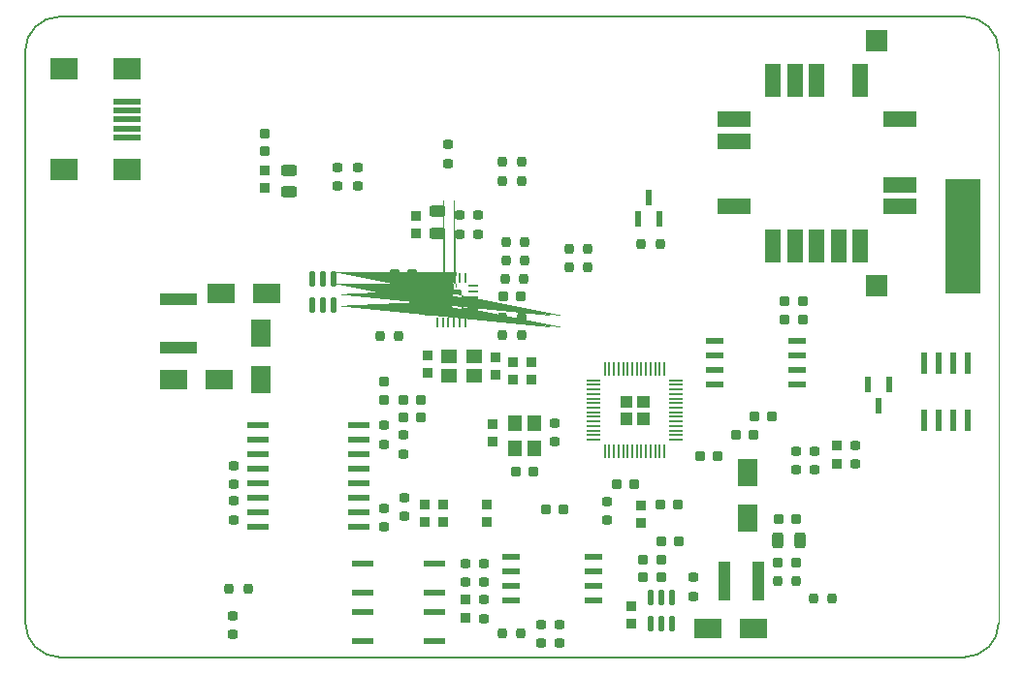
<source format=gbr>
%TF.GenerationSoftware,KiCad,Pcbnew,(6.0.4)*%
%TF.CreationDate,2022-04-12T16:10:51+02:00*%
%TF.ProjectId,PSE_RP2040,5053455f-5250-4323-9034-302e6b696361,0*%
%TF.SameCoordinates,Original*%
%TF.FileFunction,Paste,Top*%
%TF.FilePolarity,Positive*%
%FSLAX46Y46*%
G04 Gerber Fmt 4.6, Leading zero omitted, Abs format (unit mm)*
G04 Created by KiCad (PCBNEW (6.0.4)) date 2022-04-12 16:10:51*
%MOMM*%
%LPD*%
G01*
G04 APERTURE LIST*
G04 Aperture macros list*
%AMRoundRect*
0 Rectangle with rounded corners*
0 $1 Rounding radius*
0 $2 $3 $4 $5 $6 $7 $8 $9 X,Y pos of 4 corners*
0 Add a 4 corners polygon primitive as box body*
4,1,4,$2,$3,$4,$5,$6,$7,$8,$9,$2,$3,0*
0 Add four circle primitives for the rounded corners*
1,1,$1+$1,$2,$3*
1,1,$1+$1,$4,$5*
1,1,$1+$1,$6,$7*
1,1,$1+$1,$8,$9*
0 Add four rect primitives between the rounded corners*
20,1,$1+$1,$2,$3,$4,$5,0*
20,1,$1+$1,$4,$5,$6,$7,0*
20,1,$1+$1,$6,$7,$8,$9,0*
20,1,$1+$1,$8,$9,$2,$3,0*%
%AMFreePoly0*
4,1,57,0.211049,0.458455,0.230584,0.458455,0.247503,0.448687,0.266375,0.443630,0.280190,0.429815,0.297109,0.420047,0.420048,0.297109,0.429817,0.280188,0.443630,0.266375,0.448687,0.247504,0.458455,0.230584,0.458455,0.211049,0.463512,0.192176,0.463512,-0.192176,0.458455,-0.211049,0.458455,-0.230584,0.448687,-0.247504,0.443630,-0.266375,0.429817,-0.280188,0.420048,-0.297109,
0.297109,-0.420047,0.280190,-0.429815,0.266375,-0.443630,0.247503,-0.448687,0.230584,-0.458455,0.211049,-0.458455,0.192176,-0.463512,-0.192176,-0.463512,-0.211049,-0.458455,-0.230584,-0.458455,-0.247504,-0.448687,-0.266375,-0.443630,-0.280188,-0.429817,-0.297109,-0.420048,-0.420047,-0.297109,-0.429815,-0.280190,-0.443630,-0.266375,-0.448687,-0.247503,-0.458455,-0.230584,-0.458455,-0.211049,
-0.463512,-0.192176,-0.463512,0.192176,-0.458455,0.211049,-0.458455,0.230584,-0.448687,0.247503,-0.443630,0.266375,-0.429815,0.280190,-0.420047,0.297109,-0.297109,0.420048,-0.280188,0.429817,-0.266375,0.443630,-0.247504,0.448687,-0.230584,0.458455,-0.211049,0.458455,-0.192176,0.463512,0.192176,0.463512,0.211049,0.458455,0.211049,0.458455,$1*%
G04 Aperture macros list end*
%TA.AperFunction,Profile*%
%ADD10C,0.100000*%
%TD*%
%TA.AperFunction,Profile*%
%ADD11C,0.150000*%
%TD*%
%ADD12C,0.120000*%
%ADD13RoundRect,0.207000X0.225000X0.249000X-0.225000X0.249000X-0.225000X-0.249000X0.225000X-0.249000X0*%
%ADD14RoundRect,0.184000X0.272000X-0.200000X0.272000X0.200000X-0.272000X0.200000X-0.272000X-0.200000X0*%
%ADD15RoundRect,0.184000X-0.200000X-0.272000X0.200000X-0.272000X0.200000X0.272000X-0.200000X0.272000X0*%
%ADD16RoundRect,0.118000X-0.650000X-0.170000X0.650000X-0.170000X0.650000X0.170000X-0.650000X0.170000X0*%
%ADD17R,2.400000X1.728000*%
%ADD18R,1.920000X0.614400*%
%ADD19RoundRect,0.123500X0.164500X-0.512500X0.164500X0.512500X-0.164500X0.512500X-0.164500X-0.512500X0*%
%ADD20RoundRect,0.207000X-0.249000X0.225000X-0.249000X-0.225000X0.249000X-0.225000X0.249000X0.225000X0*%
%ADD21RoundRect,0.201250X-0.254750X0.218750X-0.254750X-0.218750X0.254750X-0.218750X0.254750X0.218750X0*%
%ADD22RoundRect,0.207000X-0.225000X-0.249000X0.225000X-0.249000X0.225000X0.249000X-0.225000X0.249000X0*%
%ADD23RoundRect,0.184000X-0.272000X0.200000X-0.272000X-0.200000X0.272000X-0.200000X0.272000X0.200000X0*%
%ADD24R,1.728000X2.400000*%
%ADD25RoundRect,0.230000X-0.250000X-0.466000X0.250000X-0.466000X0.250000X0.466000X-0.250000X0.466000X0*%
%ADD26RoundRect,0.230000X-0.466000X0.250000X-0.466000X-0.250000X0.466000X-0.250000X0.466000X0.250000X0*%
%ADD27RoundRect,0.201250X0.218750X0.254750X-0.218750X0.254750X-0.218750X-0.254750X0.218750X-0.254750X0*%
%ADD28RoundRect,0.120500X-0.167500X0.587500X-0.167500X-0.587500X0.167500X-0.587500X0.167500X0.587500X0*%
%ADD29RoundRect,0.184000X0.200000X0.272000X-0.200000X0.272000X-0.200000X-0.272000X0.200000X-0.272000X0*%
%ADD30RoundRect,0.207000X0.249000X-0.225000X0.249000X0.225000X-0.249000X0.225000X-0.249000X-0.225000X0*%
%ADD31R,1.104000X3.456000*%
%ADD32R,1.152000X1.344000*%
%ADD33R,1.920000X1.920000*%
%ADD34FreePoly0,90.000000*%
%ADD35RoundRect,0.045000X0.075000X-0.375000X0.075000X0.375000X-0.075000X0.375000X-0.075000X-0.375000X0*%
%ADD36RoundRect,0.057500X0.362500X-0.062500X0.362500X0.062500X-0.362500X0.062500X-0.362500X-0.062500X0*%
%ADD37R,1.440000X2.976000*%
%ADD38R,2.976000X1.440000*%
%ADD39RoundRect,0.201250X0.254750X-0.218750X0.254750X0.218750X-0.254750X0.218750X-0.254750X-0.218750X0*%
%ADD40R,3.072000X10.080000*%
%ADD41R,1.833600X0.614400*%
%ADD42RoundRect,0.230000X0.466000X-0.250000X0.466000X0.250000X-0.466000X0.250000X-0.466000X-0.250000X0*%
%ADD43RoundRect,0.120500X0.167500X-0.587500X0.167500X0.587500X-0.167500X0.587500X-0.167500X-0.587500X0*%
%ADD44RoundRect,0.029500X-0.071300X0.522500X-0.071300X-0.522500X0.071300X-0.522500X0.071300X0.522500X0*%
%ADD45RoundRect,0.046000X-0.506000X0.050000X-0.506000X-0.050000X0.506000X-0.050000X0.506000X0.050000X0*%
%ADD46RoundRect,0.027000X-0.069000X0.525000X-0.069000X-0.525000X0.069000X-0.525000X0.069000X0.525000X0*%
%ADD47R,1.344000X1.152000*%
%ADD48RoundRect,0.111000X-0.177000X0.825000X-0.177000X-0.825000X0.177000X-0.825000X0.177000X0.825000X0*%
%ADD49RoundRect,0.227500X-1.404500X0.312500X-1.404500X-0.312500X1.404500X-0.312500X1.404500X0.312500X0*%
%ADD50R,2.400000X0.480000*%
%ADD51R,2.400000X1.920000*%
G04 APERTURE END LIST*
D10*
X185000000Y-105000000D02*
X185000000Y-155000000D01*
D11*
X182000000Y-158000000D02*
X103000000Y-158000000D01*
X100000000Y-155000000D02*
X100000000Y-105000000D01*
X100000000Y-155000000D02*
G75*
G03*
X103000000Y-158000000I3000000J0D01*
G01*
X182000000Y-158000000D02*
G75*
G03*
X185000000Y-155000000I0J3000000D01*
G01*
X103000000Y-102000000D02*
G75*
G03*
X100000000Y-105000000I0J-3000000D01*
G01*
X185000000Y-105000000D02*
G75*
G03*
X182000000Y-102000000I-3000000J0D01*
G01*
X103000000Y-102000000D02*
X182000000Y-102000000D01*
D12*
%TO.C,U1*%
X152950000Y-136650000D02*
X151950000Y-136650000D01*
X151950000Y-136650000D02*
X151950000Y-137650000D01*
X151950000Y-137650000D02*
X152950000Y-137650000D01*
X152950000Y-137650000D02*
X152950000Y-136650000D01*
G36*
X152950000Y-136650000D02*
G01*
X151950000Y-136650000D01*
X151950000Y-137650000D01*
X152950000Y-137650000D01*
X152950000Y-136650000D01*
G37*
X152950000Y-135150000D02*
X151950000Y-135150000D01*
X151950000Y-135150000D02*
X151950000Y-136150000D01*
X151950000Y-136150000D02*
X152950000Y-136150000D01*
X152950000Y-136150000D02*
X152950000Y-135150000D01*
G36*
X152950000Y-135150000D02*
G01*
X151950000Y-135150000D01*
X151950000Y-136150000D01*
X152950000Y-136150000D01*
X152950000Y-135150000D01*
G37*
X154450000Y-136650000D02*
X153450000Y-136650000D01*
X153450000Y-136650000D02*
X153450000Y-137650000D01*
X153450000Y-137650000D02*
X154450000Y-137650000D01*
X154450000Y-137650000D02*
X154450000Y-136650000D01*
G36*
X154450000Y-136650000D02*
G01*
X153450000Y-136650000D01*
X153450000Y-137650000D01*
X154450000Y-137650000D01*
X154450000Y-136650000D01*
G37*
X154450000Y-135150000D02*
X153450000Y-135150000D01*
X153450000Y-135150000D02*
X153450000Y-136150000D01*
X153450000Y-136150000D02*
X154450000Y-136150000D01*
X154450000Y-136150000D02*
X154450000Y-135150000D01*
G36*
X154450000Y-135150000D02*
G01*
X153450000Y-135150000D01*
X153450000Y-136150000D01*
X154450000Y-136150000D01*
X154450000Y-135150000D01*
G37*
%TD*%
D13*
%TO.C,C5*%
X144375000Y-141775000D03*
X142825000Y-141775000D03*
%TD*%
D14*
%TO.C,R19*%
X137900000Y-121000000D03*
X137900000Y-119350000D03*
%TD*%
D15*
%TO.C,R17*%
X141975000Y-123300000D03*
X143625000Y-123300000D03*
%TD*%
D16*
%TO.C,U7*%
X142451600Y-149195200D03*
X142451600Y-150465200D03*
X142451600Y-151735200D03*
X142451600Y-153005200D03*
X149651600Y-153005200D03*
X149651600Y-151735200D03*
X149651600Y-150465200D03*
X149651600Y-149195200D03*
%TD*%
D17*
%TO.C,D7*%
X116960400Y-133705600D03*
X112960400Y-133705600D03*
%TD*%
D14*
%TO.C,R37*%
X136900000Y-114825000D03*
X136900000Y-113175000D03*
%TD*%
%TO.C,R23*%
X131343400Y-146634200D03*
X131343400Y-144984200D03*
%TD*%
D18*
%TO.C,D2*%
X135738000Y-156641800D03*
X135738000Y-154101800D03*
X129438000Y-154101800D03*
X129438000Y-156641800D03*
%TD*%
D19*
%TO.C,U4*%
X125050000Y-127237500D03*
X126000000Y-127237500D03*
X126950000Y-127237500D03*
X126950000Y-124962500D03*
X126000000Y-124962500D03*
X125050000Y-124962500D03*
%TD*%
D15*
%TO.C,R34*%
X165685000Y-151358600D03*
X167335000Y-151358600D03*
%TD*%
D20*
%TO.C,C20*%
X141025000Y-131800000D03*
X141025000Y-133350000D03*
%TD*%
D21*
%TO.C,L2*%
X131290000Y-133932500D03*
X131290000Y-135507500D03*
%TD*%
D20*
%TO.C,C3*%
X120929400Y-115430000D03*
X120929400Y-116980000D03*
%TD*%
D15*
%TO.C,R27*%
X153775000Y-121850000D03*
X155425000Y-121850000D03*
%TD*%
D22*
%TO.C,C26*%
X133015000Y-135500000D03*
X134565000Y-135500000D03*
%TD*%
D15*
%TO.C,R18*%
X141975000Y-121700000D03*
X143625000Y-121700000D03*
%TD*%
D23*
%TO.C,R32*%
X140030200Y-149822400D03*
X140030200Y-151472400D03*
%TD*%
%TO.C,R7*%
X118200000Y-141275000D03*
X118200000Y-142925000D03*
%TD*%
%TO.C,R26*%
X131292600Y-137745200D03*
X131292600Y-139395200D03*
%TD*%
%TO.C,R16*%
X139500000Y-119350000D03*
X139500000Y-121000000D03*
%TD*%
D24*
%TO.C,D6*%
X163100000Y-145860000D03*
X163100000Y-141860000D03*
%TD*%
D14*
%TO.C,R39*%
X158318200Y-152666200D03*
X158318200Y-151016200D03*
%TD*%
D22*
%TO.C,C11*%
X163625000Y-137000000D03*
X165175000Y-137000000D03*
%TD*%
D15*
%TO.C,R21*%
X117805000Y-152060000D03*
X119455000Y-152060000D03*
%TD*%
D14*
%TO.C,R5*%
X167300000Y-141625000D03*
X167300000Y-139975000D03*
%TD*%
D25*
%TO.C,C35*%
X165737800Y-147777200D03*
X167637800Y-147777200D03*
%TD*%
D17*
%TO.C,D5*%
X163620200Y-155524200D03*
X159620200Y-155524200D03*
%TD*%
D26*
%TO.C,C4*%
X123037600Y-115432800D03*
X123037600Y-117332800D03*
%TD*%
D13*
%TO.C,C29*%
X155511800Y-151028400D03*
X153961800Y-151028400D03*
%TD*%
D15*
%TO.C,R28*%
X141675000Y-116400000D03*
X143325000Y-116400000D03*
%TD*%
D27*
%TO.C,D4*%
X153187500Y-142900000D03*
X151612500Y-142900000D03*
%TD*%
D28*
%TO.C,D1*%
X175450000Y-134137500D03*
X173550000Y-134137500D03*
X174500000Y-136012500D03*
%TD*%
D22*
%TO.C,C7*%
X155425000Y-144700000D03*
X156975000Y-144700000D03*
%TD*%
D29*
%TO.C,R11*%
X143325000Y-114700000D03*
X141675000Y-114700000D03*
%TD*%
D30*
%TO.C,C21*%
X135100000Y-133175000D03*
X135100000Y-131625000D03*
%TD*%
%TO.C,C32*%
X152882600Y-155080600D03*
X152882600Y-153530600D03*
%TD*%
D24*
%TO.C,D8*%
X120573800Y-129699000D03*
X120573800Y-133699000D03*
%TD*%
D31*
%TO.C,L3*%
X161021800Y-151358600D03*
X163971800Y-151358600D03*
%TD*%
D15*
%TO.C,R35*%
X168809200Y-152882600D03*
X170459200Y-152882600D03*
%TD*%
D14*
%TO.C,R31*%
X145025000Y-156775000D03*
X145025000Y-155125000D03*
%TD*%
D22*
%TO.C,C33*%
X165735000Y-149758400D03*
X167285000Y-149758400D03*
%TD*%
D23*
%TO.C,R24*%
X133070600Y-144069800D03*
X133070600Y-145719800D03*
%TD*%
D14*
%TO.C,R29*%
X146625000Y-156775000D03*
X146625000Y-155125000D03*
%TD*%
D30*
%TO.C,C6*%
X140300000Y-146175000D03*
X140300000Y-144625000D03*
%TD*%
D32*
%TO.C,Y2*%
X142750000Y-137575000D03*
X142750000Y-139775000D03*
X144450000Y-139775000D03*
X144450000Y-137575000D03*
%TD*%
D33*
%TO.C,U6*%
X174320000Y-104120000D03*
X174320000Y-125540000D03*
%TD*%
D22*
%TO.C,C12*%
X158925000Y-140400000D03*
X160475000Y-140400000D03*
%TD*%
D13*
%TO.C,C30*%
X155511800Y-149453600D03*
X153961800Y-149453600D03*
%TD*%
D22*
%TO.C,C25*%
X133025000Y-137080000D03*
X134575000Y-137080000D03*
%TD*%
D20*
%TO.C,C14*%
X153800000Y-144725000D03*
X153800000Y-146275000D03*
%TD*%
D29*
%TO.C,R8*%
X143325000Y-129850000D03*
X141675000Y-129850000D03*
%TD*%
D34*
%TO.C,IC1*%
X136700000Y-126300000D03*
X136700000Y-127300000D03*
X137700000Y-127300000D03*
X137700000Y-126300000D03*
D35*
X135950000Y-128737500D03*
X136450000Y-128737500D03*
X136950000Y-128737500D03*
X137450000Y-128737500D03*
X137950000Y-128737500D03*
X138450000Y-128737500D03*
D36*
X139137500Y-128050000D03*
X139137500Y-127550000D03*
X139137500Y-127050000D03*
X139137500Y-126550000D03*
X139137500Y-126050000D03*
X139137500Y-125550000D03*
D35*
X138450000Y-124862500D03*
X137950000Y-124862500D03*
X137450000Y-124862500D03*
X136950000Y-124862500D03*
X136450000Y-124862500D03*
X135950000Y-124862500D03*
D36*
X135262500Y-125550000D03*
X135262500Y-126050000D03*
X135262500Y-126550000D03*
X135262500Y-127050000D03*
X135262500Y-127550000D03*
X135262500Y-128050000D03*
%TD*%
D37*
%TO.C,IC2*%
X165300000Y-122050000D03*
X167200000Y-122050000D03*
X169100000Y-122050000D03*
X171000000Y-122050000D03*
X172900000Y-122050000D03*
D38*
X176350000Y-118600000D03*
X176350000Y-116700000D03*
X176350000Y-111000000D03*
D37*
X172900000Y-107550000D03*
X169100000Y-107550000D03*
X167200000Y-107550000D03*
X165300000Y-107550000D03*
D38*
X161850000Y-111000000D03*
X161850000Y-112900000D03*
X161850000Y-118600000D03*
%TD*%
D22*
%TO.C,C18*%
X166325000Y-126875000D03*
X167875000Y-126875000D03*
%TD*%
%TO.C,C34*%
X165745000Y-145900000D03*
X167295000Y-145900000D03*
%TD*%
D14*
%TO.C,R3*%
X150800000Y-146025000D03*
X150800000Y-144375000D03*
%TD*%
D17*
%TO.C,D9*%
X117100600Y-126238000D03*
X121100600Y-126238000D03*
%TD*%
D15*
%TO.C,R14*%
X147480000Y-122300000D03*
X149130000Y-122300000D03*
%TD*%
D13*
%TO.C,C22*%
X133775000Y-124500000D03*
X132225000Y-124500000D03*
%TD*%
D39*
%TO.C,L1*%
X120929400Y-113792100D03*
X120929400Y-112217100D03*
%TD*%
D15*
%TO.C,R15*%
X147475000Y-123900000D03*
X149125000Y-123900000D03*
%TD*%
D22*
%TO.C,C15*%
X166325000Y-128475000D03*
X167875000Y-128475000D03*
%TD*%
D14*
%TO.C,R2*%
X172500000Y-141125000D03*
X172500000Y-139475000D03*
%TD*%
%TO.C,R33*%
X138430000Y-151472400D03*
X138430000Y-149822400D03*
%TD*%
D29*
%TO.C,R9*%
X143325000Y-128300000D03*
X141675000Y-128300000D03*
%TD*%
D40*
%TO.C,Y1*%
X181855000Y-121225000D03*
%TD*%
D22*
%TO.C,C10*%
X162025000Y-138550000D03*
X163575000Y-138550000D03*
%TD*%
D41*
%TO.C,T1*%
X129124400Y-146622000D03*
X129124400Y-145352000D03*
X129124400Y-144082000D03*
X129124400Y-142812000D03*
X129124400Y-141542000D03*
X129124400Y-140272000D03*
X129124400Y-139002000D03*
X129124400Y-137732000D03*
X120354400Y-137732000D03*
X120354400Y-139002000D03*
X120354400Y-140272000D03*
X120354400Y-141542000D03*
X120354400Y-142812000D03*
X120354400Y-144082000D03*
X120354400Y-145352000D03*
X120354400Y-146622000D03*
%TD*%
D30*
%TO.C,C28*%
X138430000Y-154534200D03*
X138430000Y-152984200D03*
%TD*%
D42*
%TO.C,C24*%
X136000000Y-120925000D03*
X136000000Y-119025000D03*
%TD*%
D15*
%TO.C,R30*%
X141618200Y-155956000D03*
X143268200Y-155956000D03*
%TD*%
D20*
%TO.C,C2*%
X140800000Y-137600000D03*
X140800000Y-139150000D03*
%TD*%
D23*
%TO.C,R13*%
X129000000Y-115175000D03*
X129000000Y-116825000D03*
%TD*%
D20*
%TO.C,C19*%
X142625000Y-132225000D03*
X142625000Y-133775000D03*
%TD*%
D22*
%TO.C,C31*%
X155511200Y-147878800D03*
X157061200Y-147878800D03*
%TD*%
D23*
%TO.C,R38*%
X140030200Y-152997400D03*
X140030200Y-154647400D03*
%TD*%
D43*
%TO.C,Q2*%
X153500000Y-119687500D03*
X155400000Y-119687500D03*
X154450000Y-117812500D03*
%TD*%
D44*
%TO.C,U1*%
X155800000Y-132825000D03*
X155400000Y-132825000D03*
X155000000Y-132825000D03*
X154600000Y-132825000D03*
X154200000Y-132825000D03*
X153800000Y-132825000D03*
X153400000Y-132825000D03*
X153000000Y-132825000D03*
X152600000Y-132825000D03*
X152200000Y-132825000D03*
X151800000Y-132825000D03*
X151400000Y-132825000D03*
X151000000Y-132825000D03*
X150600000Y-132825000D03*
D45*
X149625000Y-133800000D03*
X149625000Y-134200000D03*
X149625000Y-134600000D03*
X149625000Y-135000000D03*
X149625000Y-135400000D03*
X149625000Y-135800000D03*
X149625000Y-136200000D03*
X149625000Y-136600000D03*
X149625000Y-137000000D03*
X149625000Y-137400000D03*
X149625000Y-137800000D03*
X149625000Y-138200000D03*
X149625000Y-138600000D03*
X149625000Y-139000000D03*
D46*
X150600000Y-139975000D03*
X151000000Y-139975000D03*
X151400000Y-139975000D03*
X151800000Y-139975000D03*
X152200000Y-139975000D03*
X152600000Y-139975000D03*
X153000000Y-139975000D03*
X153400000Y-139975000D03*
X153800000Y-139975000D03*
X154200000Y-139975000D03*
X154600000Y-139975000D03*
X155000000Y-139975000D03*
X155400000Y-139975000D03*
X155800000Y-139975000D03*
D45*
X156775000Y-139000000D03*
X156775000Y-138600000D03*
X156775000Y-138200000D03*
X156775000Y-137800000D03*
X156775000Y-137400000D03*
X156775000Y-137000000D03*
X156775000Y-136600000D03*
X156775000Y-136200000D03*
X156775000Y-135800000D03*
X156775000Y-135400000D03*
X156775000Y-135000000D03*
X156775000Y-134600000D03*
X156775000Y-134200000D03*
X156775000Y-133800000D03*
%TD*%
D14*
%TO.C,R25*%
X133019800Y-140258800D03*
X133019800Y-138608800D03*
%TD*%
D23*
%TO.C,R20*%
X118200000Y-144365000D03*
X118200000Y-146015000D03*
%TD*%
%TO.C,R1*%
X146200000Y-137550000D03*
X146200000Y-139200000D03*
%TD*%
D14*
%TO.C,R6*%
X118110000Y-156019000D03*
X118110000Y-154369000D03*
%TD*%
D20*
%TO.C,C27*%
X134875000Y-144625000D03*
X134875000Y-146175000D03*
%TD*%
D47*
%TO.C,Y3*%
X139200000Y-131700000D03*
X137000000Y-131700000D03*
X137000000Y-133400000D03*
X139200000Y-133400000D03*
%TD*%
D23*
%TO.C,R12*%
X127300000Y-115175000D03*
X127300000Y-116825000D03*
%TD*%
D15*
%TO.C,R10*%
X141875000Y-124900000D03*
X143525000Y-124900000D03*
%TD*%
D30*
%TO.C,C23*%
X134100000Y-120950000D03*
X134100000Y-119400000D03*
%TD*%
D20*
%TO.C,C13*%
X170900000Y-139525000D03*
X170900000Y-141075000D03*
%TD*%
D48*
%TO.C,U2*%
X182305000Y-132325000D03*
X181035000Y-132325000D03*
X179765000Y-132325000D03*
X178495000Y-132325000D03*
X178495000Y-137275000D03*
X179765000Y-137275000D03*
X181035000Y-137275000D03*
X182305000Y-137275000D03*
%TD*%
D22*
%TO.C,C16*%
X141725000Y-126500000D03*
X143275000Y-126500000D03*
%TD*%
D16*
%TO.C,U5*%
X160200000Y-130370000D03*
X160200000Y-131640000D03*
X160200000Y-132910000D03*
X160200000Y-134180000D03*
X167400000Y-134180000D03*
X167400000Y-132910000D03*
X167400000Y-131640000D03*
X167400000Y-130370000D03*
%TD*%
D20*
%TO.C,C17*%
X144225000Y-132225000D03*
X144225000Y-133775000D03*
%TD*%
D19*
%TO.C,U8*%
X154574200Y-155075100D03*
X155524200Y-155075100D03*
X156474200Y-155075100D03*
X156474200Y-152800100D03*
X155524200Y-152800100D03*
X154574200Y-152800100D03*
%TD*%
D49*
%TO.C,F1*%
X113411000Y-126691300D03*
X113411000Y-130966300D03*
%TD*%
D13*
%TO.C,C9*%
X146975000Y-145100000D03*
X145425000Y-145100000D03*
%TD*%
D18*
%TO.C,D3*%
X135738000Y-152349200D03*
X135738000Y-149809200D03*
X129438000Y-149809200D03*
X129438000Y-152349200D03*
%TD*%
D20*
%TO.C,C8*%
X136500000Y-144625000D03*
X136500000Y-146175000D03*
%TD*%
D14*
%TO.C,R4*%
X168900000Y-141625000D03*
X168900000Y-139975000D03*
%TD*%
D29*
%TO.C,R22*%
X132600000Y-129950000D03*
X130950000Y-129950000D03*
%TD*%
D50*
%TO.C,J2*%
X108875000Y-109400000D03*
X108875000Y-110200000D03*
X108875000Y-111000000D03*
X108875000Y-111800000D03*
X108875000Y-112600000D03*
D51*
X108875000Y-115400000D03*
X103375000Y-115400000D03*
X108875000Y-106600000D03*
X103375000Y-106600000D03*
%TD*%
M02*

</source>
